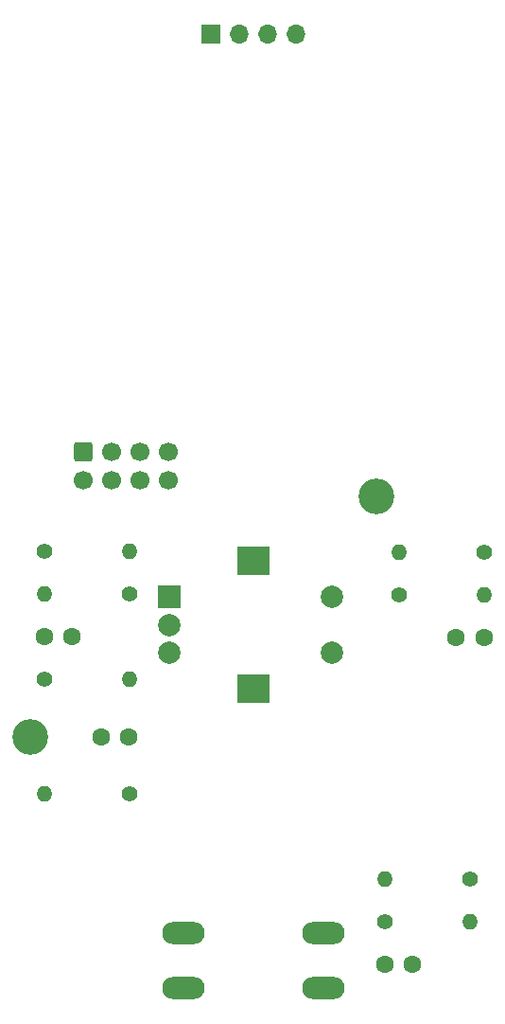
<source format=gts>
G04 #@! TF.GenerationSoftware,KiCad,Pcbnew,6.0.9-8da3e8f707~116~ubuntu22.04.1*
G04 #@! TF.CreationDate,2022-11-08T11:41:08-05:00*
G04 #@! TF.ProjectId,clock_b2,636c6f63-6b5f-4623-922e-6b696361645f,rev?*
G04 #@! TF.SameCoordinates,Original*
G04 #@! TF.FileFunction,Soldermask,Top*
G04 #@! TF.FilePolarity,Negative*
%FSLAX46Y46*%
G04 Gerber Fmt 4.6, Leading zero omitted, Abs format (unit mm)*
G04 Created by KiCad (PCBNEW 6.0.9-8da3e8f707~116~ubuntu22.04.1) date 2022-11-08 11:41:08*
%MOMM*%
%LPD*%
G01*
G04 APERTURE LIST*
G04 Aperture macros list*
%AMRoundRect*
0 Rectangle with rounded corners*
0 $1 Rounding radius*
0 $2 $3 $4 $5 $6 $7 $8 $9 X,Y pos of 4 corners*
0 Add a 4 corners polygon primitive as box body*
4,1,4,$2,$3,$4,$5,$6,$7,$8,$9,$2,$3,0*
0 Add four circle primitives for the rounded corners*
1,1,$1+$1,$2,$3*
1,1,$1+$1,$4,$5*
1,1,$1+$1,$6,$7*
1,1,$1+$1,$8,$9*
0 Add four rect primitives between the rounded corners*
20,1,$1+$1,$2,$3,$4,$5,0*
20,1,$1+$1,$4,$5,$6,$7,0*
20,1,$1+$1,$6,$7,$8,$9,0*
20,1,$1+$1,$8,$9,$2,$3,0*%
G04 Aperture macros list end*
%ADD10C,3.200000*%
%ADD11R,2.000000X2.000000*%
%ADD12C,2.000000*%
%ADD13R,3.000000X2.500000*%
%ADD14R,1.700000X1.700000*%
%ADD15O,1.700000X1.700000*%
%ADD16O,3.810000X2.006600*%
%ADD17C,1.600000*%
%ADD18C,1.400000*%
%ADD19O,1.400000X1.400000*%
%ADD20RoundRect,0.250000X-0.600000X0.600000X-0.600000X-0.600000X0.600000X-0.600000X0.600000X0.600000X0*%
%ADD21C,1.700000*%
G04 APERTURE END LIST*
D10*
G04 #@! TO.C,H1*
X49000000Y-59000000D03*
G04 #@! TD*
G04 #@! TO.C,H2*
X18000000Y-80500000D03*
G04 #@! TD*
D11*
G04 #@! TO.C,SW2*
X30520000Y-67990000D03*
D12*
X30520000Y-72990000D03*
X30520000Y-70490000D03*
D13*
X38020000Y-76190000D03*
X38020000Y-64790000D03*
D12*
X45020000Y-67990000D03*
X45020000Y-72990000D03*
G04 #@! TD*
D14*
G04 #@! TO.C,OLED1*
X34200000Y-17680000D03*
D15*
X36740000Y-17680000D03*
X39280000Y-17680000D03*
X41820000Y-17680000D03*
G04 #@! TD*
D16*
G04 #@! TO.C,SW1*
X31751600Y-102989200D03*
X44248400Y-102989200D03*
X31751600Y-98010800D03*
X44248400Y-98010800D03*
G04 #@! TD*
D17*
G04 #@! TO.C,C2*
X19290000Y-71540000D03*
X21790000Y-71540000D03*
G04 #@! TD*
G04 #@! TO.C,C3*
X24370000Y-80510000D03*
X26870000Y-80510000D03*
G04 #@! TD*
G04 #@! TO.C,C4*
X58660000Y-71620000D03*
X56160000Y-71620000D03*
G04 #@! TD*
D18*
G04 #@! TO.C,R2*
X49770000Y-97020000D03*
D19*
X57390000Y-97020000D03*
G04 #@! TD*
D18*
G04 #@! TO.C,R1*
X57390000Y-93210000D03*
D19*
X49770000Y-93210000D03*
G04 #@! TD*
D18*
G04 #@! TO.C,R7*
X26910000Y-85590000D03*
D19*
X19290000Y-85590000D03*
G04 #@! TD*
D18*
G04 #@! TO.C,R5*
X58660000Y-64000000D03*
D19*
X51040000Y-64000000D03*
G04 #@! TD*
D18*
G04 #@! TO.C,R8*
X51040000Y-67810000D03*
D19*
X58660000Y-67810000D03*
G04 #@! TD*
D17*
G04 #@! TO.C,C1*
X52270000Y-100830000D03*
X49770000Y-100830000D03*
G04 #@! TD*
D18*
G04 #@! TO.C,R3*
X19290000Y-63920000D03*
D19*
X26910000Y-63920000D03*
G04 #@! TD*
D18*
G04 #@! TO.C,R6*
X26910000Y-67730000D03*
D19*
X19290000Y-67730000D03*
G04 #@! TD*
D20*
G04 #@! TO.C,J1*
X22770000Y-55030000D03*
D21*
X22770000Y-57570000D03*
X25310000Y-55030000D03*
X25310000Y-57570000D03*
X27850000Y-55030000D03*
X27850000Y-57570000D03*
X30390000Y-55030000D03*
X30390000Y-57570000D03*
G04 #@! TD*
D18*
G04 #@! TO.C,R4*
X19290000Y-75350000D03*
D19*
X26910000Y-75350000D03*
G04 #@! TD*
M02*

</source>
